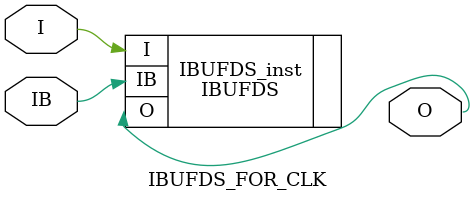
<source format=v>
`timescale 1ns / 1ps


module IBUFDS_FOR_CLK(
    input I,
    input IB,
    output O
    );
    
IBUFDS #(
      .DIFF_TERM("FALSE"),       // Differential Termination
      .IBUF_LOW_PWR("TRUE"),     // Low power="TRUE", Highest performance="FALSE" 
      .IOSTANDARD("DEFAULT")     // Specify the input I/O standard
   ) IBUFDS_inst (
      .O(O),  // Buffer output
      .I(I),  // Diff_p buffer input (connect directly to top-level port)
      .IB(IB) // Diff_n buffer input (connect directly to top-level port)
   );
endmodule

</source>
